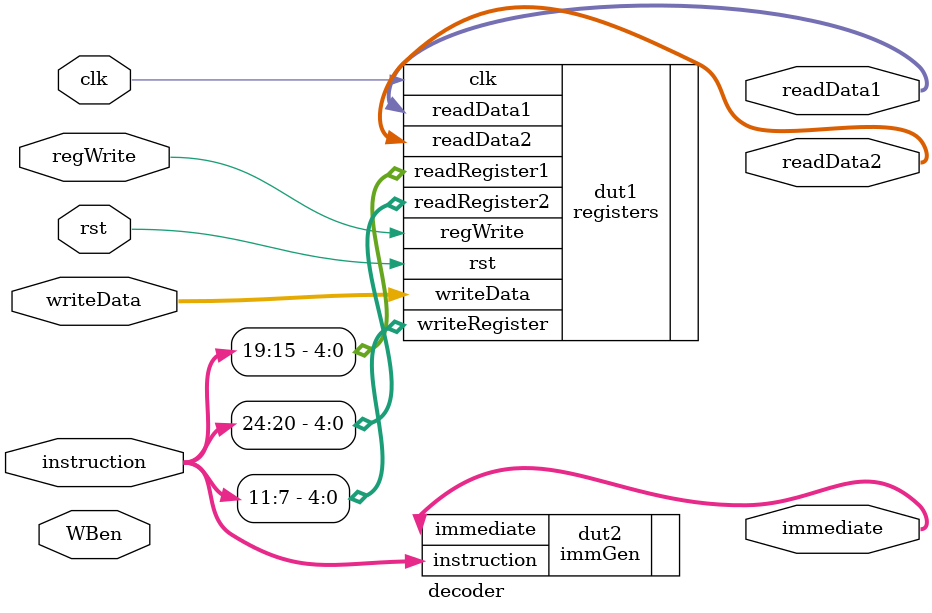
<source format=v>
module decoder(
 input clk,        // Ê±ÖÓÐÅºÅ£¨ÉÏÉýÑØÓÐÐ§£©
 input rst,        // ¸´Î»ÐÅºÅ£¨µÍµçÆ½¼¤»î£¬Í¬²½¸´Î»£©
 input [31:0] instruction,
 input [31:0] writeData,
 output [31:0] immediate,
 input regWrite,
 input WBen,
 output [31:0] readData1,
 output [31:0] readData2
);
 registers dut1 (
     .clk(clk),             // input clk
     .rst(rst),             // input rst
     .readRegister1(instruction[19:15]),   // input [4:0] readRegister1
     .readRegister2(instruction[24:20]),   // input [4:0] readRegister2
     .writeRegister(instruction[11:7]),   // input [4:0] writeRegister
     .writeData(writeData[31:0]),       // input [31:0] writeData
     .readData1(readData1[31:0]),       // output reg [31:0] readData1
     .readData2(readData2[31:0]),       // output reg [31:0] readData2
     .regWrite(regWrite)         // input regWrite
 );
 immGen dut2 (
     .instruction(instruction[31:0]),     // input [31:0] instruction
     .immediate(immediate[31:0])        // output reg [31:0] immediate
 );
endmodule
</source>
